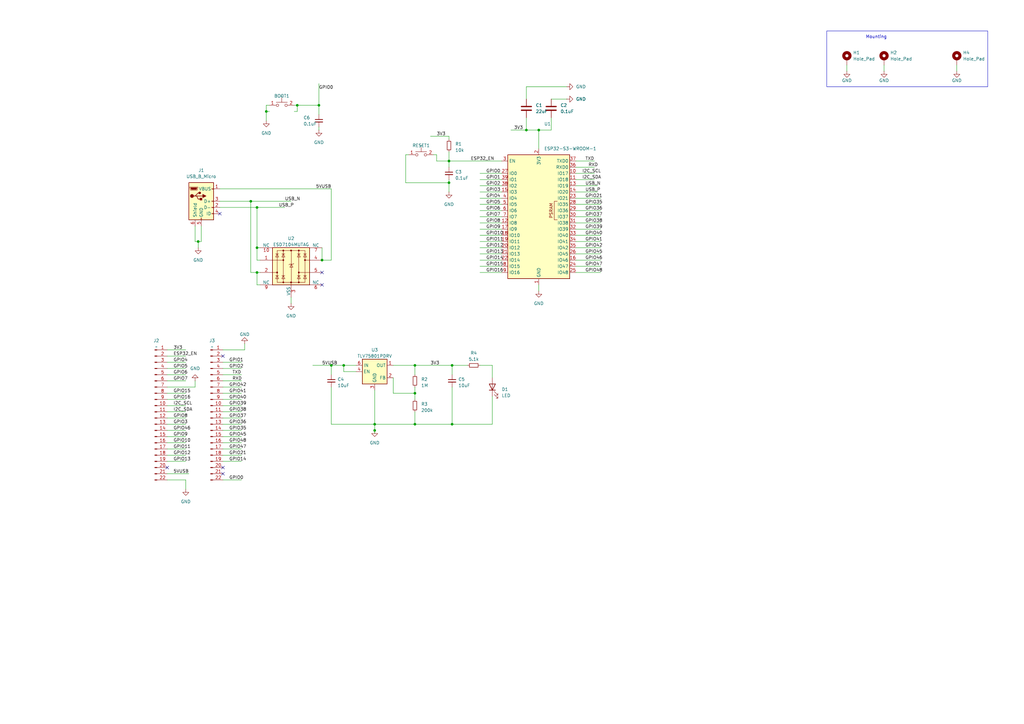
<source format=kicad_sch>
(kicad_sch (version 20231120) (generator "eeschema") (generator_version "8.0")
  (paper "A3")
  (lib_symbols
    (symbol "Connector:Conn_01x22_Pin" (pin_names (offset 1.016) hide)
      (property "Reference" "J" (at 0 27.94 0))
      (property "Value" "Conn_01x22_Pin" (at 0 -30.48 0))
      (symbol "Conn_01x22_Pin_1_1"
        (polyline (pts (xy 1.27 -27.94) (xy 0.8636 -27.94)) (stroke (width 0.1524)))
        (polyline (pts (xy 1.27 -25.4) (xy 0.8636 -25.4)) (stroke (width 0.1524)))
        (polyline (pts (xy 1.27 -22.86) (xy 0.8636 -22.86)) (stroke (width 0.1524)))
        (polyline (pts (xy 1.27 -20.32) (xy 0.8636 -20.32)) (stroke (width 0.1524)))
        (polyline (pts (xy 1.27 -17.78) (xy 0.8636 -17.78)) (stroke (width 0.1524)))
        (polyline (pts (xy 1.27 -15.24) (xy 0.8636 -15.24)) (stroke (width 0.1524)))
        (polyline (pts (xy 1.27 -12.7) (xy 0.8636 -12.7)) (stroke (width 0.1524)))
        (polyline (pts (xy 1.27 -10.16) (xy 0.8636 -10.16)) (stroke (width 0.1524)))
        (polyline (pts (xy 1.27 -7.62) (xy 0.8636 -7.62)) (stroke (width 0.1524)))
        (polyline (pts (xy 1.27 -5.08) (xy 0.8636 -5.08)) (stroke (width 0.1524)))
        (polyline (pts (xy 1.27 -2.54) (xy 0.8636 -2.54)) (stroke (width 0.1524)))
        (polyline (pts (xy 1.27 0) (xy 0.8636 0)) (stroke (width 0.1524)))
        (polyline (pts (xy 1.27 2.54) (xy 0.8636 2.54)) (stroke (width 0.1524)))
        (polyline (pts (xy 1.27 5.08) (xy 0.8636 5.08)) (stroke (width 0.1524)))
        (polyline (pts (xy 1.27 7.62) (xy 0.8636 7.62)) (stroke (width 0.1524)))
        (polyline (pts (xy 1.27 10.16) (xy 0.8636 10.16)) (stroke (width 0.1524)))
        (polyline (pts (xy 1.27 12.7) (xy 0.8636 12.7)) (stroke (width 0.1524)))
        (polyline (pts (xy 1.27 15.24) (xy 0.8636 15.24)) (stroke (width 0.1524)))
        (polyline (pts (xy 1.27 17.78) (xy 0.8636 17.78)) (stroke (width 0.1524)))
        (polyline (pts (xy 1.27 20.32) (xy 0.8636 20.32)) (stroke (width 0.1524)))
        (polyline (pts (xy 1.27 22.86) (xy 0.8636 22.86)) (stroke (width 0.1524)))
        (polyline (pts (xy 1.27 25.4) (xy 0.8636 25.4)) (stroke (width 0.1524)))
        (rectangle (start 0.8636 -27.813) (end 0 -28.067) (stroke (width 0.1524)) (fill (type outline)))
        (rectangle (start 0.8636 -25.273) (end 0 -25.527) (stroke (width 0.1524)) (fill (type outline)))
        (rectangle (start 0.8636 -22.733) (end 0 -22.987) (stroke (width 0.1524)) (fill (type outline)))
        (rectangle (start 0.8636 -20.193) (end 0 -20.447) (stroke (width 0.1524)) (fill (type outline)))
        (rectangle (start 0.8636 -17.653) (end 0 -17.907) (stroke (width 0.1524)) (fill (type outline)))
        (rectangle (start 0.8636 -15.113) (end 0 -15.367) (stroke (width 0.1524)) (fill (type outline)))
        (rectangle (start 0.8636 -12.573) (end 0 -12.827) (stroke (width 0.1524)) (fill (type outline)))
        (rectangle (start 0.8636 -10.033) (end 0 -10.287) (stroke (width 0.1524)) (fill (type outline)))
        (rectangle (start 0.8636 -7.493) (end 0 -7.747) (stroke (width 0.1524)) (fill (type outline)))
        (rectangle (start 0.8636 -4.953) (end 0 -5.207) (stroke (width 0.1524)) (fill (type outline)))
        (rectangle (start 0.8636 -2.413) (end 0 -2.667) (stroke (width 0.1524)) (fill (type outline)))
        (rectangle (start 0.8636 0.127) (end 0 -0.127) (stroke (width 0.1524)) (fill (type outline)))
        (rectangle (start 0.8636 2.667) (end 0 2.413) (stroke (width 0.1524)) (fill (type outline)))
        (rectangle (start 0.8636 5.207) (end 0 4.953) (stroke (width 0.1524)) (fill (type outline)))
        (rectangle (start 0.8636 7.747) (end 0 7.493) (stroke (width 0.1524)) (fill (type outline)))
        (rectangle (start 0.8636 10.287) (end 0 10.033) (stroke (width 0.1524)) (fill (type outline)))
        (rectangle (start 0.8636 12.827) (end 0 12.573) (stroke (width 0.1524)) (fill (type outline)))
        (rectangle (start 0.8636 15.367) (end 0 15.113) (stroke (width 0.1524)) (fill (type outline)))
        (rectangle (start 0.8636 17.907) (end 0 17.653) (stroke (width 0.1524)) (fill (type outline)))
        (rectangle (start 0.8636 20.447) (end 0 20.193) (stroke (width 0.1524)) (fill (type outline)))
        (rectangle (start 0.8636 22.987) (end 0 22.733) (stroke (width 0.1524)) (fill (type outline)))
        (rectangle (start 0.8636 25.527) (end 0 25.273) (stroke (width 0.1524)) (fill (type outline)))
        (pin passive line (at 5.08 25.4 180) (length 3.81) (name "Pin_1") (number "1"))
        (pin passive line (at 5.08 2.54 180) (length 3.81) (name "Pin_10") (number "10"))
        (pin passive line (at 5.08 0 180) (length 3.81) (name "Pin_11") (number "11"))
        (pin passive line (at 5.08 -2.54 180) (length 3.81) (name "Pin_12") (number "12"))
        (pin passive line (at 5.08 -5.08 180) (length 3.81) (name "Pin_13") (number "13"))
        (pin passive line (at 5.08 -7.62 180) (length 3.81) (name "Pin_14") (number "14"))
        (pin passive line (at 5.08 -10.16 180) (length 3.81) (name "Pin_15") (number "15"))
        (pin passive line (at 5.08 -12.7 180) (length 3.81) (name "Pin_16") (number "16"))
        (pin passive line (at 5.08 -15.24 180) (length 3.81) (name "Pin_17") (number "17"))
        (pin passive line (at 5.08 -17.78 180) (length 3.81) (name "Pin_18") (number "18"))
        (pin passive line (at 5.08 -20.32 180) (length 3.81) (name "Pin_19") (number "19"))
        (pin passive line (at 5.08 22.86 180) (length 3.81) (name "Pin_2") (number "2"))
        (pin passive line (at 5.08 -22.86 180) (length 3.81) (name "Pin_20") (number "20"))
        (pin passive line (at 5.08 -25.4 180) (length 3.81) (name "Pin_21") (number "21"))
        (pin passive line (at 5.08 -27.94 180) (length 3.81) (name "Pin_22") (number "22"))
        (pin passive line (at 5.08 20.32 180) (length 3.81) (name "Pin_3") (number "3"))
        (pin passive line (at 5.08 17.78 180) (length 3.81) (name "Pin_4") (number "4"))
        (pin passive line (at 5.08 15.24 180) (length 3.81) (name "Pin_5") (number "5"))
        (pin passive line (at 5.08 12.7 180) (length 3.81) (name "Pin_6") (number "6"))
        (pin passive line (at 5.08 10.16 180) (length 3.81) (name "Pin_7") (number "7"))
        (pin passive line (at 5.08 7.62 180) (length 3.81) (name "Pin_8") (number "8"))
        (pin passive line (at 5.08 5.08 180) (length 3.81) (name "Pin_9") (number "9"))
      )
    )
    (symbol "Connector:USB_B_Micro" (pin_names (offset 1.016))
      (property "Reference" "J" (at -5.08 11.43 0))
      (property "Value" "USB_B_Micro" (at -5.08 8.89 0))
      (symbol "USB_B_Micro_0_1"
        (rectangle (start -5.08 -7.62) (end 5.08 7.62) (stroke (width 0.254)) (fill (type background)))
        (circle (center -3.81 2.159) (radius 0.635) (stroke (width 0.254)) (fill (type outline)))
        (circle (center -0.635 3.429) (radius 0.381) (stroke (width 0.254)) (fill (type outline)))
        (rectangle (start -0.127 -7.62) (end 0.127 -6.858))
        (polyline (pts (xy -1.905 2.159) (xy 0.635 2.159)) (stroke (width 0.254)))
        (polyline (pts (xy -3.175 2.159) (xy -2.54 2.159) (xy -1.27 3.429) (xy -0.635 3.429)) (stroke (width 0.254)))
        (polyline (pts (xy -2.54 2.159) (xy -1.905 2.159) (xy -1.27 0.889) (xy 0 0.889)) (stroke (width 0.254)))
        (polyline (pts (xy 0.635 2.794) (xy 0.635 1.524) (xy 1.905 2.159) (xy 0.635 2.794)) (stroke (width 0.254)) (fill (type outline)))
        (polyline (pts (xy -4.318 5.588) (xy -1.778 5.588) (xy -2.032 4.826) (xy -4.064 4.826) (xy -4.318 5.588)) (fill (type outline)))
        (polyline (pts (xy -4.699 5.842) (xy -4.699 5.588) (xy -4.445 4.826) (xy -4.445 4.572) (xy -1.651 4.572) (xy -1.651 4.826) (xy -1.397 5.588) (xy -1.397 5.842) (xy -4.699 5.842)))
        (rectangle (start 0.254 1.27) (end -0.508 0.508) (stroke (width 0.254)) (fill (type outline)))
        (rectangle (start 5.08 -5.207) (end 4.318 -4.953))
        (rectangle (start 5.08 -2.667) (end 4.318 -2.413))
        (rectangle (start 5.08 -0.127) (end 4.318 0.127))
        (rectangle (start 5.08 4.953) (end 4.318 5.207))
      )
      (symbol "USB_B_Micro_1_1"
        (pin power_out line (at 7.62 5.08 180) (length 2.54) (name "VBUS") (number "1"))
        (pin bidirectional line (at 7.62 -2.54 180) (length 2.54) (name "D-") (number "2"))
        (pin bidirectional line (at 7.62 0 180) (length 2.54) (name "D+") (number "3"))
        (pin passive line (at 7.62 -5.08 180) (length 2.54) (name "ID") (number "4"))
        (pin power_out line (at 0 -10.16 90) (length 2.54) (name "GND") (number "5"))
        (pin passive line (at -2.54 -10.16 90) (length 2.54) (name "Shield") (number "6"))
      )
    )
    (symbol "Device:C" (pin_numbers hide) (pin_names (offset 0.254))
      (property "Reference" "C" (at 0.635 2.54 0))
      (property "Value" "C" (at 0.635 -2.54 0))
      (symbol "C_0_1"
        (polyline (pts (xy -2.032 -0.762) (xy 2.032 -0.762)) (stroke (width 0.508)))
        (polyline (pts (xy -2.032 0.762) (xy 2.032 0.762)) (stroke (width 0.508)))
      )
      (symbol "C_1_1"
        (pin passive line (at 0 3.81 270) (length 2.794) (name "~") (number "1"))
        (pin passive line (at 0 -3.81 90) (length 2.794) (name "~") (number "2"))
      )
    )
    (symbol "Device:C_Small" (pin_numbers hide) (pin_names (offset 0.254) hide)
      (property "Reference" "C" (at 0.254 1.778 0))
      (property "Value" "C_Small" (at 0.254 -2.032 0))
      (symbol "C_Small_0_1"
        (polyline (pts (xy -1.524 -0.508) (xy 1.524 -0.508)) (stroke (width 0.3302)))
        (polyline (pts (xy -1.524 0.508) (xy 1.524 0.508)) (stroke (width 0.3048)))
      )
      (symbol "C_Small_1_1"
        (pin passive line (at 0 2.54 270) (length 2.032) (name "~") (number "1"))
        (pin passive line (at 0 -2.54 90) (length 2.032) (name "~") (number "2"))
      )
    )
    (symbol "Device:LED" (pin_numbers hide) (pin_names (offset 1.016) hide)
      (property "Reference" "D" (at 0 2.54 0))
      (property "Value" "LED" (at 0 -2.54 0))
      (symbol "LED_0_1"
        (polyline (pts (xy -1.27 -1.27) (xy -1.27 1.27)) (stroke (width 0.254)))
        (polyline (pts (xy -1.27 0) (xy 1.27 0)))
        (polyline (pts (xy 1.27 -1.27) (xy 1.27 1.27) (xy -1.27 0) (xy 1.27 -1.27)) (stroke (width 0.254)))
        (polyline (pts (xy -3.048 -0.762) (xy -4.572 -2.286) (xy -3.81 -2.286) (xy -4.572 -2.286) (xy -4.572 -1.524)))
        (polyline (pts (xy -1.778 -0.762) (xy -3.302 -2.286) (xy -2.54 -2.286) (xy -3.302 -2.286) (xy -3.302 -1.524)))
      )
      (symbol "LED_1_1"
        (pin passive line (at -3.81 0 0) (length 2.54) (name "K") (number "1"))
        (pin passive line (at 3.81 0 180) (length 2.54) (name "A") (number "2"))
      )
    )
    (symbol "Device:R_Small" (pin_numbers hide) (pin_names (offset 0.254) hide)
      (property "Reference" "R" (at 0.762 0.508 0))
      (property "Value" "R_Small" (at 0.762 -1.016 0))
      (symbol "R_Small_0_1"
        (rectangle (start -0.762 1.778) (end 0.762 -1.778) (stroke (width 0.2032)))
      )
      (symbol "R_Small_1_1"
        (pin passive line (at 0 2.54 270) (length 0.762) (name "~") (number "1"))
        (pin passive line (at 0 -2.54 90) (length 0.762) (name "~") (number "2"))
      )
    )
    (symbol "Mechanical:MountingHole_Pad" (pin_numbers hide) (pin_names (offset 1.016) hide)
      (property "Reference" "H" (at 0 6.35 0))
      (property "Value" "MountingHole_Pad" (at 0 4.445 0))
      (symbol "MountingHole_Pad_0_1"
        (circle (center 0 1.27) (radius 1.27) (stroke (width 1.27)))
      )
      (symbol "MountingHole_Pad_1_1"
        (pin input line (at 0 -2.54 90) (length 2.54) (name "1") (number "1"))
      )
    )
    (symbol "Power_Protection:D3V3XA4B10LP" (pin_names (offset 0))
      (property "Reference" "U" (at -0.635 8.89 0))
      (property "Value" "D3V3XA4B10LP" (at 8.89 -10.16 0))
      (symbol "D3V3XA4B10LP_0_0"
        (rectangle (start -5.715 6.477) (end 5.715 -6.604))
        (polyline (pts (xy -3.175 -6.604) (xy -3.175 6.477)))
        (polyline (pts (xy 0.127 6.477) (xy 0.127 -6.604)))
        (polyline (pts (xy 3.175 6.477) (xy 3.175 -6.604)))
      )
      (symbol "D3V3XA4B10LP_0_1"
        (rectangle (start -7.62 7.62) (end 7.62 -7.62) (stroke (width 0.254)) (fill (type background)))
        (circle (center -5.715 -2.54) (radius 0.2794) (fill (type outline)))
        (circle (center -3.175 -6.604) (radius 0.2794) (fill (type outline)))
        (circle (center -3.175 2.54) (radius 0.2794) (fill (type outline)))
        (circle (center -3.175 6.477) (radius 0.2794) (fill (type outline)))
        (circle (center 0 -6.604) (radius 0.2794) (fill (type outline)))
        (polyline (pts (xy -7.747 2.54) (xy -3.175 2.54)))
        (polyline (pts (xy -7.62 -2.54) (xy -5.715 -2.54)))
        (polyline (pts (xy -5.08 -3.81) (xy -6.35 -3.81)))
        (polyline (pts (xy -5.08 5.08) (xy -6.35 5.08)))
        (polyline (pts (xy -2.54 -3.81) (xy -3.81 -3.81)))
        (polyline (pts (xy -2.54 5.08) (xy -3.81 5.08)))
        (polyline (pts (xy -0.508 0.889) (xy -0.889 0.635)))
        (polyline (pts (xy 0 -6.604) (xy 0 -7.62)))
        (polyline (pts (xy 0.762 0.889) (xy -0.508 0.889)))
        (polyline (pts (xy 0.762 0.889) (xy 1.143 1.143)))
        (polyline (pts (xy 3.81 -3.81) (xy 2.54 -3.81)))
        (polyline (pts (xy 3.81 5.08) (xy 2.54 5.08)))
        (polyline (pts (xy 6.35 -3.81) (xy 5.08 -3.81)))
        (polyline (pts (xy 6.35 5.08) (xy 5.08 5.08)))
        (polyline (pts (xy 7.62 -2.54) (xy 3.175 -2.54)))
        (polyline (pts (xy 7.62 2.54) (xy 5.715 2.54)))
        (polyline (pts (xy -5.08 -5.08) (xy -6.35 -5.08) (xy -5.715 -3.81) (xy -5.08 -5.08)))
        (polyline (pts (xy -5.08 3.81) (xy -6.35 3.81) (xy -5.715 5.08) (xy -5.08 3.81)))
        (polyline (pts (xy -2.54 -5.08) (xy -3.81 -5.08) (xy -3.175 -3.81) (xy -2.54 -5.08)))
        (polyline (pts (xy -2.54 3.81) (xy -3.81 3.81) (xy -3.175 5.08) (xy -2.54 3.81)))
        (polyline (pts (xy 0.762 -0.381) (xy -0.508 -0.381) (xy 0.127 0.889) (xy 0.762 -0.381)))
        (polyline (pts (xy 3.81 -5.08) (xy 2.54 -5.08) (xy 3.175 -3.81) (xy 3.81 -5.08)))
        (polyline (pts (xy 3.81 3.81) (xy 2.54 3.81) (xy 3.175 5.08) (xy 3.81 3.81)))
        (polyline (pts (xy 6.35 -5.08) (xy 5.08 -5.08) (xy 5.715 -3.81) (xy 6.35 -5.08)))
        (polyline (pts (xy 6.35 3.81) (xy 5.08 3.81) (xy 5.715 5.08) (xy 6.35 3.81)))
        (circle (center 0 6.477) (radius 0.2794) (fill (type outline)))
        (circle (center 3.175 -6.604) (radius 0.2794) (fill (type outline)))
        (circle (center 3.175 -2.54) (radius 0.2794) (fill (type outline)))
        (circle (center 3.175 6.477) (radius 0.2794) (fill (type outline)))
        (circle (center 5.715 2.54) (radius 0.2794) (fill (type outline)))
      )
      (symbol "D3V3XA4B10LP_1_1"
        (pin passive line (at -12.7 2.54 0) (length 5.08) (name "~") (number "1"))
        (pin free line (at -12.7 7.62 0) (length 5.08) (name "NC") (number "10"))
        (pin passive line (at -12.7 -2.54 0) (length 5.08) (name "~") (number "2"))
        (pin power_in line (at 0 -12.7 90) (length 5.08) (name "VSS") (number "3"))
        (pin passive line (at 12.7 2.54 180) (length 5.08) (name "~") (number "4"))
        (pin passive line (at 12.7 -2.54 180) (length 5.08) (name "~") (number "5"))
        (pin free line (at 12.7 -7.62 180) (length 5.08) (name "NC") (number "6"))
        (pin free line (at 12.7 7.62 180) (length 5.08) (name "NC") (number "7"))
        (pin passive line (at 0 -12.7 90) (length 5.08) hide (name "VSS") (number "8"))
        (pin free line (at -12.7 -7.62 0) (length 5.08) (name "NC") (number "9"))
      )
    )
    (symbol "RF_Module:ESP32-S3-WROOM-1"
      (property "Reference" "U" (at -12.7 26.67 0))
      (property "Value" "ESP32-S3-WROOM-1" (at 12.7 26.67 0))
      (symbol "ESP32-S3-WROOM-1_0_0"
        (rectangle (start -12.7 25.4) (end 12.7 -25.4) (stroke (width 0.254)) (fill (type background)))
        (text "PSRAM" (at 5.08 2.54 900) (effects (font (size 1.27 1.27))))
      )
      (symbol "ESP32-S3-WROOM-1_0_1"
        (polyline (pts (xy 7.62 -1.27) (xy 6.35 -1.27) (xy 6.35 6.35) (xy 7.62 6.35)))
      )
      (symbol "ESP32-S3-WROOM-1_1_1"
        (pin power_in line (at 0 -27.94 90) (length 2.54) (name "GND") (number "1"))
        (pin bidirectional line (at 15.24 17.78 180) (length 2.54) (name "IO17") (number "10"))
        (pin bidirectional line (at 15.24 15.24 180) (length 2.54) (name "IO18") (number "11"))
        (pin bidirectional line (at -15.24 -2.54 0) (length 2.54) (name "IO8") (number "12"))
        (pin bidirectional line (at 15.24 12.7 180) (length 2.54) (name "IO19") (number "13"))
        (pin bidirectional line (at 15.24 10.16 180) (length 2.54) (name "IO20") (number "14"))
        (pin bidirectional line (at -15.24 10.16 0) (length 2.54) (name "IO3") (number "15"))
        (pin bidirectional line (at 15.24 -17.78 180) (length 2.54) (name "IO46") (number "16"))
        (pin bidirectional line (at -15.24 -5.08 0) (length 2.54) (name "IO9") (number "17"))
        (pin bidirectional line (at -15.24 -7.62 0) (length 2.54) (name "IO10") (number "18"))
        (pin bidirectional line (at -15.24 -10.16 0) (length 2.54) (name "IO11") (number "19"))
        (pin power_in line (at 0 27.94 270) (length 2.54) (name "3V3") (number "2"))
        (pin bidirectional line (at -15.24 -12.7 0) (length 2.54) (name "IO12") (number "20"))
        (pin bidirectional line (at -15.24 -15.24 0) (length 2.54) (name "IO13") (number "21"))
        (pin bidirectional line (at -15.24 -17.78 0) (length 2.54) (name "IO14") (number "22"))
        (pin bidirectional line (at 15.24 7.62 180) (length 2.54) (name "IO21") (number "23"))
        (pin bidirectional line (at 15.24 -20.32 180) (length 2.54) (name "IO47") (number "24"))
        (pin bidirectional line (at 15.24 -22.86 180) (length 2.54) (name "IO48") (number "25"))
        (pin bidirectional line (at 15.24 -15.24 180) (length 2.54) (name "IO45") (number "26"))
        (pin bidirectional line (at -15.24 17.78 0) (length 2.54) (name "IO0") (number "27"))
        (pin bidirectional line (at 15.24 5.08 180) (length 2.54) (name "IO35") (number "28"))
        (pin bidirectional line (at 15.24 2.54 180) (length 2.54) (name "IO36") (number "29"))
        (pin input line (at -15.24 22.86 0) (length 2.54) (name "EN") (number "3"))
        (pin bidirectional line (at 15.24 0 180) (length 2.54) (name "IO37") (number "30"))
        (pin bidirectional line (at 15.24 -2.54 180) (length 2.54) (name "IO38") (number "31"))
        (pin bidirectional line (at 15.24 -5.08 180) (length 2.54) (name "IO39") (number "32"))
        (pin bidirectional line (at 15.24 -7.62 180) (length 2.54) (name "IO40") (number "33"))
        (pin bidirectional line (at 15.24 -10.16 180) (length 2.54) (name "IO41") (number "34"))
        (pin bidirectional line (at 15.24 -12.7 180) (length 2.54) (name "IO42") (number "35"))
        (pin bidirectional line (at 15.24 20.32 180) (length 2.54) (name "RXD0") (number "36"))
        (pin bidirectional line (at 15.24 22.86 180) (length 2.54) (name "TXD0") (number "37"))
        (pin bidirectional line (at -15.24 12.7 0) (length 2.54) (name "IO2") (number "38"))
        (pin bidirectional line (at -15.24 15.24 0) (length 2.54) (name "IO1") (number "39"))
        (pin bidirectional line (at -15.24 7.62 0) (length 2.54) (name "IO4") (number "4"))
        (pin passive line (at 0 -27.94 90) (length 2.54) hide (name "GND") (number "40"))
        (pin passive line (at 0 -27.94 90) (length 2.54) hide (name "GND") (number "41"))
        (pin bidirectional line (at -15.24 5.08 0) (length 2.54) (name "IO5") (number "5"))
        (pin bidirectional line (at -15.24 2.54 0) (length 2.54) (name "IO6") (number "6"))
        (pin bidirectional line (at -15.24 0 0) (length 2.54) (name "IO7") (number "7"))
        (pin bidirectional line (at -15.24 -20.32 0) (length 2.54) (name "IO15") (number "8"))
        (pin bidirectional line (at -15.24 -22.86 0) (length 2.54) (name "IO16") (number "9"))
      )
    )
    (symbol "Regulator_Linear:TLV75801PDRV"
      (property "Reference" "U" (at -3.81 6.35 0))
      (property "Value" "TLV75801PDRV" (at 0 6.35 0))
      (symbol "TLV75801PDRV_0_1"
        (rectangle (start 5.08 -5.08) (end -5.08 5.08) (stroke (width 0.254)) (fill (type background)))
      )
      (symbol "TLV75801PDRV_1_1"
        (pin power_out line (at 7.62 2.54 180) (length 2.54) (name "OUT") (number "1"))
        (pin input line (at 7.62 -2.54 180) (length 2.54) (name "FB") (number "2"))
        (pin power_in line (at 0 -7.62 90) (length 2.54) (name "GND") (number "3"))
        (pin input line (at -7.62 0 0) (length 2.54) (name "EN") (number "4"))
        (pin no_connect line (at 5.08 0 180) (length 2.54) hide (name "DNC") (number "5"))
        (pin power_in line (at -7.62 2.54 0) (length 2.54) (name "IN") (number "6"))
        (pin passive line (at 0 -7.62 90) (length 2.54) hide (name "GND") (number "7"))
      )
    )
    (symbol "Switch:SW_MEC_5E" (pin_names (offset 1.016) hide)
      (property "Reference" "RESET1" (at 0 6.35 0))
      (property "Value" "~" (at 0 6.35 0))
      (symbol "SW_MEC_5E_0_1"
        (circle (center -1.778 2.54) (radius 0.508))
        (polyline (pts (xy -2.286 3.81) (xy 2.286 3.81)))
        (polyline (pts (xy 0 3.81) (xy 0 5.588)))
        (circle (center 1.778 2.54) (radius 0.508))
        (pin passive line (at -5.08 2.54 0) (length 2.54) (name "1") (number "1"))
        (pin passive line (at 5.08 2.54 180) (length 2.54) (name "A") (number "2"))
      )
    )
    (symbol "power:GND" (power) (pin_numbers hide) (pin_names (offset 0) hide)
      (property "Value" "GND" (at 0 -3.81 0))
      (symbol "GND_0_1"
        (polyline (pts (xy 0 0) (xy 0 -1.27) (xy 1.27 -1.27) (xy 0 -2.54) (xy -1.27 -1.27) (xy 0 -1.27)))
      )
      (symbol "GND_1_1"
        (pin power_in line (at 0 0 270) (length 0) (name "~") (number "1"))
      )
    )
  )
  (junction (at 184.15 66.04))
  (junction (at 81.28 99.06))
  (junction (at 170.18 161.29))
  (junction (at 184.15 74.93))
  (junction (at 153.67 176.53))
  (junction (at 185.42 149.86))
  (junction (at 140.97 149.86))
  (junction (at 170.18 173.99))
  (junction (at 153.67 173.99))
  (junction (at 121.92 43.18))
  (junction (at 135.89 149.86))
  (junction (at 109.22 45.72))
  (junction (at 132.08 106.68))
  (junction (at 105.41 111.76))
  (junction (at 105.41 85.09))
  (junction (at 170.18 149.86))
  (junction (at 185.42 173.99))
  (junction (at 220.98 53.34))
  (junction (at 130.81 43.18))
  (junction (at 105.41 101.6))
  (junction (at 215.9 53.34))
  (junction (at 102.87 82.55))
  (no_connect (at 90.17 87.63))
  (no_connect (at 132.08 111.76))
  (no_connect (at 91.44 194.31))
  (no_connect (at 91.44 191.77))
  (no_connect (at 91.44 146.05))
  (no_connect (at 132.08 116.84))
  (no_connect (at 68.58 191.77))
  (wire (pts (xy 184.15 74.93) (xy 184.15 78.74)))
  (wire (pts (xy 170.18 149.86) (xy 161.29 149.86)))
  (wire (pts (xy 128.27 149.86) (xy 135.89 149.86)))
  (wire (pts (xy 91.44 168.91) (xy 99.06 168.91)))
  (wire (pts (xy 196.85 91.44) (xy 205.74 91.44)))
  (wire (pts (xy 236.22 91.44) (xy 246.38 91.44)))
  (wire (pts (xy 68.58 196.85) (xy 76.2 196.85)))
  (wire (pts (xy 196.85 104.14) (xy 205.74 104.14)))
  (wire (pts (xy 90.17 82.55) (xy 102.87 82.55)))
  (wire (pts (xy 146.05 152.4) (xy 140.97 152.4)))
  (wire (pts (xy 80.01 92.71) (xy 80.01 99.06)))
  (wire (pts (xy 68.58 156.21) (xy 76.2 156.21)))
  (wire (pts (xy 196.85 149.86) (xy 201.93 149.86)))
  (wire (pts (xy 135.89 106.68) (xy 132.08 106.68)))
  (wire (pts (xy 236.22 76.2) (xy 245.11 76.2)))
  (wire (pts (xy 153.67 160.02) (xy 153.67 173.99)))
  (wire (pts (xy 179.07 63.5) (xy 179.07 66.04)))
  (wire (pts (xy 68.58 189.23) (xy 76.2 189.23)))
  (wire (pts (xy 80.01 99.06) (xy 81.28 99.06)))
  (wire (pts (xy 68.58 194.31) (xy 77.47 194.31)))
  (wire (pts (xy 392.43 26.67) (xy 392.43 29.21)))
  (wire (pts (xy 135.89 77.47) (xy 90.17 77.47)))
  (wire (pts (xy 236.22 109.22) (xy 246.38 109.22)))
  (wire (pts (xy 109.22 45.72) (xy 109.22 49.53)))
  (wire (pts (xy 153.67 173.99) (xy 170.18 173.99)))
  (wire (pts (xy 68.58 161.29) (xy 76.2 161.29)))
  (wire (pts (xy 236.22 111.76) (xy 246.38 111.76)))
  (wire (pts (xy 91.44 163.83) (xy 99.06 163.83)))
  (wire (pts (xy 220.98 116.84) (xy 220.98 119.38)))
  (wire (pts (xy 196.85 99.06) (xy 205.74 99.06)))
  (wire (pts (xy 105.41 101.6) (xy 106.68 101.6)))
  (wire (pts (xy 68.58 148.59) (xy 76.2 148.59)))
  (wire (pts (xy 153.67 173.99) (xy 153.67 176.53)))
  (wire (pts (xy 236.22 106.68) (xy 246.38 106.68)))
  (wire (pts (xy 184.15 73.66) (xy 184.15 74.93)))
  (wire (pts (xy 170.18 158.75) (xy 170.18 161.29)))
  (wire (pts (xy 68.58 179.07) (xy 76.2 179.07)))
  (wire (pts (xy 132.08 101.6) (xy 132.08 106.68)))
  (wire (pts (xy 209.55 53.34) (xy 215.9 53.34)))
  (wire (pts (xy 236.22 71.12) (xy 243.84 71.12)))
  (wire (pts (xy 347.345 26.67) (xy 347.345 29.21)))
  (wire (pts (xy 121.92 45.72) (xy 121.92 43.18)))
  (wire (pts (xy 226.06 53.34) (xy 220.98 53.34)))
  (wire (pts (xy 105.41 85.09) (xy 105.41 101.6)))
  (wire (pts (xy 170.18 168.91) (xy 170.18 173.99)))
  (wire (pts (xy 153.67 176.53) (xy 153.67 177.8)))
  (wire (pts (xy 130.81 43.18) (xy 121.92 43.18)))
  (wire (pts (xy 161.29 154.94) (xy 161.29 161.29)))
  (wire (pts (xy 68.58 176.53) (xy 76.2 176.53)))
  (wire (pts (xy 166.37 63.5) (xy 166.37 74.93)))
  (wire (pts (xy 184.15 74.93) (xy 166.37 74.93)))
  (wire (pts (xy 110.49 43.18) (xy 109.22 43.18)))
  (wire (pts (xy 91.44 186.69) (xy 99.06 186.69)))
  (wire (pts (xy 68.58 151.13) (xy 76.2 151.13)))
  (wire (pts (xy 91.44 171.45) (xy 99.06 171.45)))
  (wire (pts (xy 196.85 96.52) (xy 205.74 96.52)))
  (wire (pts (xy 120.65 43.18) (xy 121.92 43.18)))
  (wire (pts (xy 215.9 35.56) (xy 232.41 35.56)))
  (wire (pts (xy 68.58 146.05) (xy 76.2 146.05)))
  (wire (pts (xy 236.22 96.52) (xy 246.38 96.52)))
  (wire (pts (xy 120.65 45.72) (xy 121.92 45.72)))
  (wire (pts (xy 236.22 78.74) (xy 245.11 78.74)))
  (wire (pts (xy 91.44 158.75) (xy 99.06 158.75)))
  (wire (pts (xy 226.06 40.64) (xy 232.41 40.64)))
  (wire (pts (xy 196.85 101.6) (xy 205.74 101.6)))
  (wire (pts (xy 135.89 106.68) (xy 135.89 77.47)))
  (wire (pts (xy 68.58 184.15) (xy 76.2 184.15)))
  (wire (pts (xy 215.9 40.64) (xy 215.9 35.56)))
  (wire (pts (xy 140.97 152.4) (xy 140.97 149.86)))
  (wire (pts (xy 196.85 93.98) (xy 205.74 93.98)))
  (wire (pts (xy 215.9 48.26) (xy 215.9 53.34)))
  (wire (pts (xy 140.97 149.86) (xy 146.05 149.86)))
  (wire (pts (xy 170.18 173.99) (xy 185.42 173.99)))
  (wire (pts (xy 185.42 149.86) (xy 170.18 149.86)))
  (wire (pts (xy 177.8 63.5) (xy 179.07 63.5)))
  (wire (pts (xy 91.44 166.37) (xy 99.06 166.37)))
  (wire (pts (xy 81.28 99.06) (xy 82.55 99.06)))
  (wire (pts (xy 91.44 173.99) (xy 99.06 173.99)))
  (wire (pts (xy 170.18 161.29) (xy 170.18 163.83)))
  (wire (pts (xy 68.58 181.61) (xy 76.2 181.61)))
  (wire (pts (xy 196.85 71.12) (xy 205.74 71.12)))
  (wire (pts (xy 236.22 101.6) (xy 246.38 101.6)))
  (wire (pts (xy 68.58 186.69) (xy 76.2 186.69)))
  (wire (pts (xy 68.58 153.67) (xy 76.2 153.67)))
  (wire (pts (xy 68.58 163.83) (xy 76.2 163.83)))
  (wire (pts (xy 68.58 173.99) (xy 76.2 173.99)))
  (wire (pts (xy 105.41 111.76) (xy 102.87 111.76)))
  (wire (pts (xy 90.17 85.09) (xy 105.41 85.09)))
  (wire (pts (xy 135.89 158.75) (xy 135.89 173.99)))
  (wire (pts (xy 135.89 173.99) (xy 153.67 173.99)))
  (wire (pts (xy 106.68 116.84) (xy 105.41 116.84)))
  (wire (pts (xy 184.15 66.04) (xy 205.74 66.04)))
  (wire (pts (xy 91.44 148.59) (xy 99.06 148.59)))
  (wire (pts (xy 91.44 143.51) (xy 100.33 143.51)))
  (wire (pts (xy 80.01 156.21) (xy 80.01 158.75)))
  (wire (pts (xy 91.44 179.07) (xy 99.06 179.07)))
  (wire (pts (xy 236.22 83.82) (xy 246.38 83.82)))
  (wire (pts (xy 91.44 161.29) (xy 99.06 161.29)))
  (wire (pts (xy 135.89 149.86) (xy 135.89 153.67)))
  (wire (pts (xy 91.44 151.13) (xy 99.06 151.13)))
  (wire (pts (xy 236.22 81.28) (xy 246.38 81.28)))
  (wire (pts (xy 196.85 73.66) (xy 205.74 73.66)))
  (wire (pts (xy 91.44 196.85) (xy 99.06 196.85)))
  (wire (pts (xy 161.29 161.29) (xy 170.18 161.29)))
  (wire (pts (xy 196.85 86.36) (xy 205.74 86.36)))
  (wire (pts (xy 76.2 196.85) (xy 76.2 200.66)))
  (wire (pts (xy 105.41 85.09) (xy 116.84 85.09)))
  (wire (pts (xy 362.585 26.67) (xy 362.585 29.21)))
  (wire (pts (xy 68.58 158.75) (xy 80.01 158.75)))
  (wire (pts (xy 119.38 121.92) (xy 119.38 124.46)))
  (wire (pts (xy 102.87 82.55) (xy 119.38 82.55)))
  (wire (pts (xy 236.22 66.04) (xy 243.84 66.04)))
  (wire (pts (xy 170.18 149.86) (xy 170.18 153.67)))
  (wire (pts (xy 135.89 149.86) (xy 140.97 149.86)))
  (wire (pts (xy 196.85 83.82) (xy 205.74 83.82)))
  (wire (pts (xy 130.81 34.29) (xy 130.81 43.18)))
  (wire (pts (xy 68.58 171.45) (xy 76.2 171.45)))
  (wire (pts (xy 196.85 109.22) (xy 205.74 109.22)))
  (wire (pts (xy 91.44 153.67) (xy 99.06 153.67)))
  (wire (pts (xy 82.55 92.71) (xy 82.55 99.06)))
  (wire (pts (xy 184.15 62.23) (xy 184.15 66.04)))
  (wire (pts (xy 102.87 82.55) (xy 102.87 111.76)))
  (wire (pts (xy 68.58 143.51) (xy 76.2 143.51)))
  (wire (pts (xy 201.93 173.99) (xy 185.42 173.99)))
  (wire (pts (xy 215.9 53.34) (xy 220.98 53.34)))
  (wire (pts (xy 100.33 140.97) (xy 100.33 143.51)))
  (wire (pts (xy 109.22 43.18) (xy 109.22 45.72)))
  (wire (pts (xy 167.64 63.5) (xy 166.37 63.5)))
  (wire (pts (xy 105.41 116.84) (xy 105.41 111.76)))
  (wire (pts (xy 185.42 149.86) (xy 191.77 149.86)))
  (wire (pts (xy 196.85 111.76) (xy 205.74 111.76)))
  (wire (pts (xy 184.15 66.04) (xy 184.15 68.58)))
  (wire (pts (xy 236.22 93.98) (xy 246.38 93.98)))
  (wire (pts (xy 236.22 104.14) (xy 246.38 104.14)))
  (wire (pts (xy 91.44 176.53) (xy 99.06 176.53)))
  (wire (pts (xy 236.22 68.58) (xy 243.84 68.58)))
  (wire (pts (xy 91.44 156.21) (xy 99.06 156.21)))
  (wire (pts (xy 201.93 149.86) (xy 201.93 154.94)))
  (wire (pts (xy 130.81 46.99) (xy 130.81 43.18)))
  (wire (pts (xy 130.81 52.07) (xy 130.81 53.34)))
  (wire (pts (xy 68.58 168.91) (xy 76.2 168.91)))
  (wire (pts (xy 196.85 78.74) (xy 205.74 78.74)))
  (wire (pts (xy 91.44 181.61) (xy 99.06 181.61)))
  (wire (pts (xy 179.07 66.04) (xy 184.15 66.04)))
  (wire (pts (xy 220.98 53.34) (xy 220.98 60.96)))
  (wire (pts (xy 68.58 166.37) (xy 76.2 166.37)))
  (wire (pts (xy 196.85 88.9) (xy 205.74 88.9)))
  (wire (pts (xy 236.22 73.66) (xy 243.84 73.66)))
  (wire (pts (xy 236.22 99.06) (xy 246.38 99.06)))
  (wire (pts (xy 110.49 45.72) (xy 109.22 45.72)))
  (wire (pts (xy 91.44 189.23) (xy 99.06 189.23)))
  (wire (pts (xy 184.15 57.15) (xy 184.15 55.88)))
  (wire (pts (xy 201.93 162.56) (xy 201.93 173.99)))
  (wire (pts (xy 196.85 81.28) (xy 205.74 81.28)))
  (wire (pts (xy 81.28 99.06) (xy 81.28 101.6)))
  (wire (pts (xy 185.42 158.75) (xy 185.42 173.99)))
  (wire (pts (xy 196.85 76.2) (xy 205.74 76.2)))
  (wire (pts (xy 196.85 106.68) (xy 205.74 106.68)))
  (wire (pts (xy 236.22 86.36) (xy 246.38 86.36)))
  (wire (pts (xy 185.42 153.67) (xy 185.42 149.86)))
  (wire (pts (xy 176.53 55.88) (xy 184.15 55.88)))
  (wire (pts (xy 105.41 101.6) (xy 105.41 106.68)))
  (wire (pts (xy 91.44 184.15) (xy 99.06 184.15)))
  (wire (pts (xy 236.22 88.9) (xy 246.38 88.9)))
  (wire (pts (xy 106.68 111.76) (xy 105.41 111.76)))
  (wire (pts (xy 106.68 106.68) (xy 105.41 106.68)))
  (wire (pts (xy 226.06 48.26) (xy 226.06 53.34)))
  (rectangle (start 339.09 12.7) (end 405.13 35.56))
  (text "Mounting\n" (at 359.41 15.24 0) (effects (font (size 1.27 1.27))))
  (label "GPIO7" (at 71.12 156.21 0))
  (label "GPIO13" (at 199.39 104.14 0))
  (label "GPIO6" (at 71.12 153.67 0))
  (label "GPIO38" (at 240.03 91.44 0))
  (label "TXD" (at 95.25 153.67 0))
  (label "RXD" (at 95.25 156.21 0))
  (label "GPIO46" (at 240.03 106.68 0))
  (label "GPIO4" (at 71.12 148.59 0))
  (label "GPIO2" (at 199.39 76.2 0))
  (label "5VUSB" (at 132.08 149.86 0))
  (label "GPIO9" (at 71.12 179.07 0))
  (label "GPIO12" (at 199.39 101.6 0))
  (label "GPIO39" (at 240.03 93.98 0))
  (label "GPIO48" (at 93.98 181.61 0))
  (label "GPIO8" (at 71.12 171.45 0))
  (label "GPIO35" (at 93.98 176.53 0))
  (label "GPIO0" (at 199.39 71.12 0))
  (label "RXD" (at 241.3 68.58 0))
  (label "GPIO45" (at 240.03 104.14 0))
  (label "3V3" (at 210.82 53.34 0))
  (label "GPIO3" (at 71.12 173.99 0))
  (label "GPIO9" (at 199.39 93.98 0))
  (label "GPIO45" (at 93.98 179.07 0))
  (label "GPIO4" (at 199.39 81.28 0))
  (label "GPIO41" (at 240.03 99.06 0))
  (label "GPIO47" (at 93.98 184.15 0))
  (label "GPIO0" (at 130.81 36.83 0))
  (label "GPIO42" (at 93.98 158.75 0))
  (label "GPIO6" (at 199.39 86.36 0))
  (label "TXD" (at 240.03 66.04 0))
  (label "GPIO21" (at 240.03 81.28 0))
  (label "GPIO40" (at 240.03 96.52 0))
  (label "ESP32_EN" (at 71.12 146.05 0))
  (label "GPIO12" (at 71.12 186.69 0))
  (label "GPIO38" (at 93.98 168.91 0))
  (label "GPIO7" (at 199.39 88.9 0))
  (label "5VUSB" (at 129.54 77.47 0))
  (label "GPIO13" (at 71.12 189.23 0))
  (label "GPIO39" (at 93.98 166.37 0))
  (label "GPIO41" (at 93.98 161.29 0))
  (label "5VUSB" (at 71.12 194.31 0))
  (label "GPIO36" (at 93.98 173.99 0))
  (label "USB_N" (at 240.03 76.2 0))
  (label "3V3" (at 176.53 149.86 0))
  (label "I2C_SCL" (at 238.76 71.12 0))
  (label "GPIO1" (at 93.98 148.59 0))
  (label "USB_P" (at 240.03 78.74 0))
  (label "GPIO2" (at 93.98 151.13 0))
  (label "I2C_SDA" (at 71.12 168.91 0))
  (label "USB_P" (at 114.3 85.09 0))
  (label "GPIO46" (at 71.12 176.53 0))
  (label "3V3" (at 71.12 143.51 0))
  (label "GPIO48" (at 240.03 111.76 0))
  (label "GPIO40" (at 93.98 163.83 0))
  (label "GPIO15" (at 71.12 161.29 0))
  (label "GPIO15" (at 199.39 109.22 0))
  (label "I2C_SCL" (at 71.12 166.37 0))
  (label "GPIO14" (at 93.98 189.23 0))
  (label "GPIO0" (at 93.98 196.85 0))
  (label "GPIO37" (at 240.03 88.9 0))
  (label "GPIO37" (at 93.98 171.45 0))
  (label "GPIO11" (at 71.12 184.15 0))
  (label "GPIO36" (at 240.03 86.36 0))
  (label "GPIO16" (at 71.12 163.83 0))
  (label "I2C_SDA" (at 238.76 73.66 0))
  (label "GPIO16" (at 199.39 111.76 0))
  (label "GPIO11" (at 199.39 99.06 0))
  (label "3V3" (at 179.07 55.88 0))
  (label "GPIO10" (at 199.39 96.52 0))
  (label "GPIO10" (at 71.12 181.61 0))
  (label "USB_N" (at 116.84 82.55 0))
  (label "GPIO5" (at 199.39 83.82 0))
  (label "GPIO8" (at 199.39 91.44 0))
  (label "GPIO35" (at 240.03 83.82 0))
  (label "GPIO1" (at 199.39 73.66 0))
  (label "GPIO3" (at 199.39 78.74 0))
  (label "GPIO14" (at 199.39 106.68 0))
  (label "GPIO21" (at 93.98 186.69 0))
  (label "GPIO47" (at 240.03 109.22 0))
  (label "GPIO5" (at 71.12 151.13 0))
  (label "GPIO42" (at 240.03 101.6 0))
  (label "ESP32_EN" (at 193.04 66.04 0))
  (symbol (lib_id "RF_Module:ESP32-S3-WROOM-1") (at 220.98 88.9 0) (unit 1)
    (property "Reference" "U1" (at 223.1741 50.8 0) (effects (justify left)))
    (property "Value" "ESP32-S3-WROOM-1" (at 223.1741 60.96 0) (effects (justify left)))
    (property "Footprint" "RF_Module:ESP32-S3-WROOM-1" (effects (hide yes)))
    (property "Datasheet" "https://www.espressif.com/sites/default/files/documentation/esp32-s3-wroom-1_wroom-1u_datasheet_en.pdf" (effects (hide yes)))
    (property "Description" "RF Module, ESP32-S3 SoC, Wi-Fi 802.11b/g/n, Bluetooth, BLE, 32-bit, 3.3V, onboard antenna, SMD" (effects (hide yes)))
  )
  (symbol (lib_id "Device:C_Small") (at 130.81 49.53 0) (unit 1)
    (property "Reference" "C6" (at 124.46 48.26 0) (effects (justify left)))
    (property "Value" "0.1uF" (at 124.46 50.8 0) (effects (justify left)))
    (property "Footprint" "Capacitor_THT:C_Axial_L3.8mm_D2.6mm_P7.50mm_Horizontal" (effects (hide yes)))
  )
  (symbol (lib_id "power:GND") (at 232.41 35.56 90) (unit 1)
    (property "Reference" "#PWR011" (effects (hide yes)))
    (property "Value" "GND" (at 236.22 35.5599 90) (effects (justify right)))
    (property "Description" "Power symbol creates a global label with name \"GND\" , ground" (effects (hide yes)))
  )
  (symbol (lib_id "Power_Protection:D3V3XA4B10LP") (at 119.38 109.22 0) (unit 1)
    (property "Reference" "U2" (at 119.38 97.79 0))
    (property "Value" "ESD7104MUTAG" (at 119.38 100.33 0))
    (property "Footprint" "Package_DFN_QFN:Diodes_UDFN-10_1.0x2.5mm_P0.5mm" (effects (hide yes)))
    (property "Datasheet" "https://www.onsemi.com/pdf/datasheet/esd7104-d.pdf" (effects (hide yes)))
  )
  (symbol (lib_id "Device:C") (at 215.9 44.45 0) (unit 1)
    (property "Reference" "C1" (at 219.71 43.1799 0) (effects (justify left)))
    (property "Value" "22uF" (at 219.71 45.7199 0) (effects (justify left)))
    (property "Footprint" "Capacitor_THT:C_Axial_L3.8mm_D2.6mm_P7.50mm_Horizontal" (effects (hide yes)))
    (property "Description" "Unpolarized capacitor" (effects (hide yes)))
  )
  (symbol (lib_id "power:GND") (at 81.28 101.6 0) (unit 1)
    (property "Reference" "#PWR01" (effects (hide yes)))
    (property "Value" "GND" (at 81.28 106.68 0))
    (property "Description" "Power symbol creates a global label with name \"GND\" , ground" (effects (hide yes)))
  )
  (symbol (lib_id "Connector:USB_B_Micro") (at 82.55 82.55 0) (unit 1)
    (property "Reference" "J1" (at 82.55 69.85 0))
    (property "Value" "USB_B_Micro" (at 82.55 72.39 0))
    (property "Footprint" "Connector_USB:USB_Micro-B_Molex-105017-0001" (effects (hide yes)))
    (property "Description" "USB Micro Type B connector" (effects (hide yes)))
  )
  (symbol (lib_id "Switch:SW_MEC_5E") (at 172.72 66.04 0) (unit 1)
    (property "Reference" "RESET1" (at 172.72 59.69 0))
    (property "Value" "~" (at 172.72 59.69 0))
    (property "Footprint" "Button_Switch_THT:SW_MEC_5GTH9" (effects (hide yes)))
    (property "Datasheet" "http://www.apem.com/int/index.php?controller=attachment&id_attachment=1371" (effects (hide yes)))
  )
  (symbol (lib_id "Device:LED") (at 201.93 158.75 90) (unit 1)
    (property "Reference" "D1" (at 205.74 159.7025 90) (effects (justify right)))
    (property "Value" "LED" (at 205.74 162.2425 90) (effects (justify right)))
    (property "Footprint" "LED_THT:LED_D1.8mm_W1.8mm_H2.4mm_Horizontal_O1.27mm_Z1.6mm" (effects (hide yes)))
  )
  (symbol (lib_id "Mechanical:MountingHole_Pad") (at 347.345 24.13 0) (unit 1)
    (property "Reference" "H1" (at 349.885 21.59 0) (effects (justify left)))
    (property "Value" "Hole_Pad" (at 349.885 24.13 0) (effects (justify left)))
    (property "Footprint" "MountingHole:MountingHole_3.2mm_M3_Pad_Via" (effects (hide yes)))
  )
  (symbol (lib_id "Device:C_Small") (at 135.89 156.21 0) (unit 1)
    (property "Reference" "C4" (at 138.43 155.5813 0) (effects (justify left)))
    (property "Value" "10uF" (at 138.43 158.1213 0) (effects (justify left)))
    (property "Footprint" "Capacitor_THT:C_Axial_L3.8mm_D2.6mm_P7.50mm_Horizontal" (effects (hide yes)))
  )
  (symbol (lib_id "Device:C_Small") (at 185.42 156.21 0) (unit 1)
    (property "Reference" "C5" (at 187.96 155.5813 0) (effects (justify left)))
    (property "Value" "10uF" (at 187.96 158.1213 0) (effects (justify left)))
    (property "Footprint" "Capacitor_THT:C_Axial_L3.8mm_D2.6mm_P7.50mm_Horizontal" (effects (hide yes)))
  )
  (symbol (lib_id "power:GND") (at 119.38 124.46 0) (unit 1)
    (property "Reference" "#PWR04" (effects (hide yes)))
    (property "Value" "GND" (at 119.38 129.54 0))
  )
  (symbol (lib_id "power:GND") (at 362.585 29.21 0) (unit 1)
    (property "Reference" "#PWR013" (effects (hide yes)))
    (property "Value" "GND" (at 362.585 33.02 0))
  )
  (symbol (lib_id "Mechanical:MountingHole_Pad") (at 392.43 24.13 0) (unit 1)
    (property "Reference" "H4" (at 394.97 21.59 0) (effects (justify left)))
    (property "Value" "Hole_Pad" (at 394.97 24.13 0) (effects (justify left)))
    (property "Footprint" "MountingHole:MountingHole_3.2mm_M3_Pad_Via" (effects (hide yes)))
  )
  (symbol (lib_id "power:GND") (at 347.345 29.21 0) (unit 1)
    (property "Reference" "#PWR012" (effects (hide yes)))
    (property "Value" "GND" (at 347.345 33.02 0))
  )
  (symbol (lib_id "power:GND") (at 100.33 140.97 180) (unit 1)
    (property "Reference" "#PWR06" (effects (hide yes)))
    (property "Value" "GND" (at 100.33 137.16 0))
  )
  (symbol (lib_id "Connector:Conn_01x22_Pin") (at 86.36 168.91 0) (unit 1)
    (property "Reference" "J3" (at 86.995 139.7 0))
    (property "Value" "~" (at 86.995 142.24 0))
    (property "Footprint" "Connector_PinHeader_2.54mm:PinHeader_1x22_P2.54mm_Vertical" (effects (hide yes)))
  )
  (symbol (lib_id "power:GND") (at 130.81 53.34 0) (unit 1)
    (property "Reference" "#PWR010" (effects (hide yes)))
    (property "Value" "GND" (at 130.81 58.42 0))
  )
  (symbol (lib_id "power:GND") (at 76.2 200.66 0) (unit 1)
    (property "Reference" "#PWR05" (effects (hide yes)))
    (property "Value" "GND" (at 76.2 205.74 0))
  )
  (symbol (lib_id "Device:C") (at 226.06 44.45 0) (unit 1)
    (property "Reference" "C2" (at 229.87 43.1799 0) (effects (justify left)))
    (property "Value" "0.1uF" (at 229.87 45.7199 0) (effects (justify left)))
    (property "Footprint" "Capacitor_THT:C_Axial_L3.8mm_D2.6mm_P7.50mm_Horizontal" (effects (hide yes)))
    (property "Description" "Unpolarized capacitor" (effects (hide yes)))
  )
  (symbol (lib_id "power:GND") (at 80.01 156.21 180) (unit 1)
    (property "Reference" "#PWR015" (effects (hide yes)))
    (property "Value" "GND" (at 80.01 151.13 0))
    (property "Description" "Power symbol creates a global label with name \"GND\" , ground" (effects (hide yes)))
  )
  (symbol (lib_id "power:GND") (at 184.15 78.74 0) (unit 1)
    (property "Reference" "#PWR02" (effects (hide yes)))
    (property "Value" "GND" (at 184.15 83.82 0))
    (property "Description" "Power symbol creates a global label with name \"GND\" , ground" (effects (hide yes)))
  )
  (symbol (lib_id "Device:R_Small") (at 184.15 59.69 180) (unit 1)
    (property "Reference" "R1" (at 186.69 59.055 0) (effects (justify right)))
    (property "Value" "10k" (at 186.69 61.595 0) (effects (justify right)))
    (property "Footprint" "Resistor_THT:R_Axial_DIN0204_L3.6mm_D1.6mm_P5.08mm_Horizontal" (effects (hide yes)))
  )
  (symbol (lib_id "power:GND") (at 220.98 119.38 0) (unit 1)
    (property "Reference" "#PWR07" (effects (hide yes)))
    (property "Value" "GND" (at 220.98 124.46 0))
    (property "Description" "Power symbol creates a global label with name \"GND\" , ground" (effects (hide yes)))
  )
  (symbol (lib_id "Device:R_Small") (at 170.18 166.37 180) (unit 1)
    (property "Reference" "R3" (at 172.72 165.735 0) (effects (justify right)))
    (property "Value" "200k" (at 172.72 168.275 0) (effects (justify right)))
    (property "Footprint" "Resistor_THT:R_Axial_DIN0204_L3.6mm_D1.6mm_P5.08mm_Horizontal" (effects (hide yes)))
  )
  (symbol (lib_id "power:GND") (at 392.43 29.21 0) (unit 1)
    (property "Reference" "#PWR014" (effects (hide yes)))
    (property "Value" "GND" (at 392.43 33.02 0))
  )
  (symbol (lib_id "power:GND") (at 232.41 40.64 90) (unit 1)
    (property "Reference" "#PWR03" (effects (hide yes)))
    (property "Value" "GND" (at 236.22 40.6399 90) (effects (justify right)))
    (property "Description" "Power symbol creates a global label with name \"GND\" , ground" (effects (hide yes)))
  )
  (symbol (lib_id "Switch:SW_MEC_5E") (at 115.57 45.72 0) (unit 1)
    (property "Reference" "BOOT1" (at 115.57 39.37 0))
    (property "Value" "~" (at 115.57 39.37 0))
    (property "Footprint" "Button_Switch_THT:SW_MEC_5GTH9" (effects (hide yes)))
    (property "Datasheet" "http://www.apem.com/int/index.php?controller=attachment&id_attachment=1371" (effects (hide yes)))
  )
  (symbol (lib_id "Device:R_Small") (at 170.18 156.21 180) (unit 1)
    (property "Reference" "R2" (at 172.72 155.575 0) (effects (justify right)))
    (property "Value" "1M" (at 172.72 158.115 0) (effects (justify right)))
    (property "Footprint" "Resistor_THT:R_Axial_DIN0204_L3.6mm_D1.6mm_P5.08mm_Horizontal" (effects (hide yes)))
  )
  (symbol (lib_id "power:GND") (at 109.22 49.53 0) (unit 1)
    (property "Reference" "#PWR08" (effects (hide yes)))
    (property "Value" "GND" (at 109.22 54.61 0))
  )
  (symbol (lib_id "Device:C_Small") (at 184.15 71.12 0) (unit 1)
    (property "Reference" "C3" (at 186.69 70.4913 0) (effects (justify left)))
    (property "Value" "0.1uF" (at 186.69 73.0313 0) (effects (justify left)))
    (property "Footprint" "Capacitor_THT:C_Axial_L3.8mm_D2.6mm_P7.50mm_Horizontal" (effects (hide yes)))
  )
  (symbol (lib_id "Mechanical:MountingHole_Pad") (at 362.585 24.13 0) (unit 1)
    (property "Reference" "H2" (at 365.125 21.59 0) (effects (justify left)))
    (property "Value" "Hole_Pad" (at 365.125 24.13 0) (effects (justify left)))
    (property "Footprint" "MountingHole:MountingHole_3.2mm_M3_Pad_Via" (effects (hide yes)))
  )
  (symbol (lib_id "Connector:Conn_01x22_Pin") (at 63.5 168.91 0) (unit 1)
    (property "Reference" "J2" (at 64.135 139.7 0))
    (property "Value" "~" (at 64.135 142.24 0))
    (property "Footprint" "Connector_PinHeader_2.54mm:PinHeader_1x22_P2.54mm_Vertical" (effects (hide yes)))
  )
  (symbol (lib_id "Device:R_Small") (at 194.31 149.86 90) (unit 1)
    (property "Reference" "R4" (at 194.31 144.78 90))
    (property "Value" "5.1k" (at 194.31 147.32 90))
    (property "Footprint" "Resistor_THT:R_Axial_DIN0204_L3.6mm_D1.6mm_P5.08mm_Horizontal" (effects (hide yes)))
  )
  (symbol (lib_id "power:GND") (at 153.67 176.53 0) (unit 1)
    (property "Reference" "#PWR09" (effects (hide yes)))
    (property "Value" "GND" (at 153.67 181.61 0))
  )
  (symbol (lib_id "Regulator_Linear:TLV75801PDRV") (at 153.67 152.4 0) (unit 1)
    (property "Reference" "U3" (at 153.67 143.51 0))
    (property "Value" "TLV75801PDRV" (at 153.67 146.05 0))
    (property "Footprint" "Package_SON:WSON-6-1EP_2x2mm_P0.65mm_EP1x1.6mm" (effects (hide yes)))
    (property "Datasheet" "https://www.ti.com/lit/ds/symlink/tlv758p.pdf" (effects (hide yes)))
  )
)
</source>
